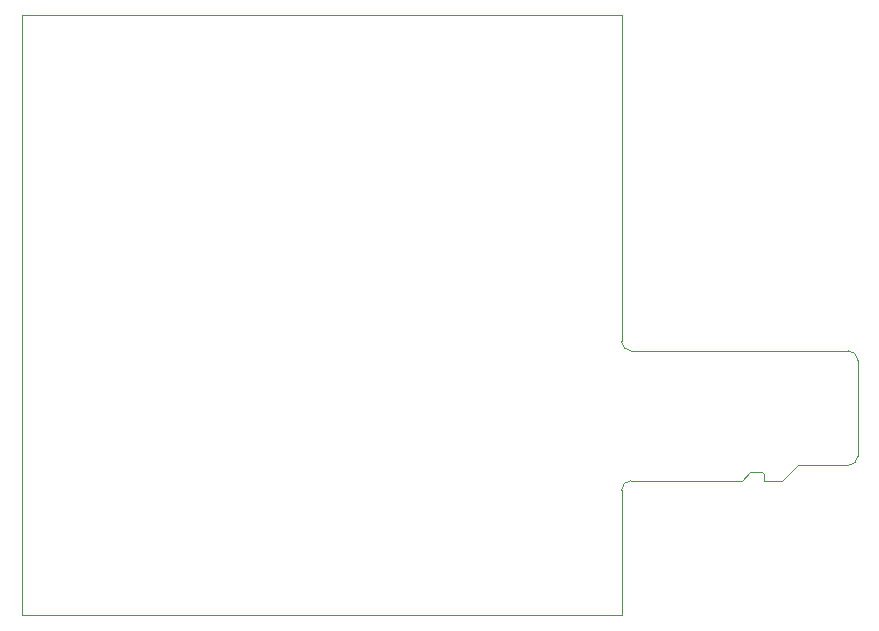
<source format=gm1>
%TF.GenerationSoftware,KiCad,Pcbnew,6.0.0*%
%TF.CreationDate,2022-01-02T17:56:43-06:00*%
%TF.ProjectId,sd-card-mux,73642d63-6172-4642-9d6d-75782e6b6963,rev?*%
%TF.SameCoordinates,Original*%
%TF.FileFunction,Profile,NP*%
%FSLAX46Y46*%
G04 Gerber Fmt 4.6, Leading zero omitted, Abs format (unit mm)*
G04 Created by KiCad (PCBNEW 6.0.0) date 2022-01-02 17:56:43*
%MOMM*%
%LPD*%
G01*
G04 APERTURE LIST*
%TA.AperFunction,Profile*%
%ADD10C,0.100000*%
%TD*%
G04 APERTURE END LIST*
D10*
X172720000Y-69850000D02*
X121920000Y-69850000D01*
X184820000Y-108750000D02*
X184820000Y-109250000D01*
X192720000Y-99050000D02*
G75*
G03*
X191920000Y-98250000I-800001J-1D01*
G01*
X172720000Y-120650000D02*
X172720000Y-110050000D01*
X173520000Y-109250000D02*
X182920000Y-109250000D01*
X191920000Y-107950000D02*
G75*
G03*
X192720000Y-107150000I-1J800001D01*
G01*
X192720000Y-107150000D02*
X192720000Y-99050000D01*
X184820000Y-108750000D02*
G75*
G03*
X184620000Y-108550000I-200001J-1D01*
G01*
X121920000Y-69850000D02*
X121920000Y-120650000D01*
X186320000Y-109250000D02*
X187620000Y-107950000D01*
X191920000Y-98250000D02*
X173520000Y-98250000D01*
X172720000Y-120650000D02*
X121920000Y-120650000D01*
X172720000Y-97450000D02*
G75*
G03*
X173520000Y-98250000I800001J1D01*
G01*
X191920000Y-107950000D02*
X187620000Y-107950000D01*
X184820000Y-109250000D02*
X186320000Y-109250000D01*
X173520000Y-109250000D02*
G75*
G03*
X172720000Y-110050000I1J-800001D01*
G01*
X172720000Y-97155000D02*
X172720000Y-69850000D01*
X183620000Y-108550000D02*
X184620000Y-108550000D01*
X183620000Y-108550000D02*
X182920000Y-109250000D01*
X172720000Y-97450000D02*
X172720000Y-97155000D01*
M02*

</source>
